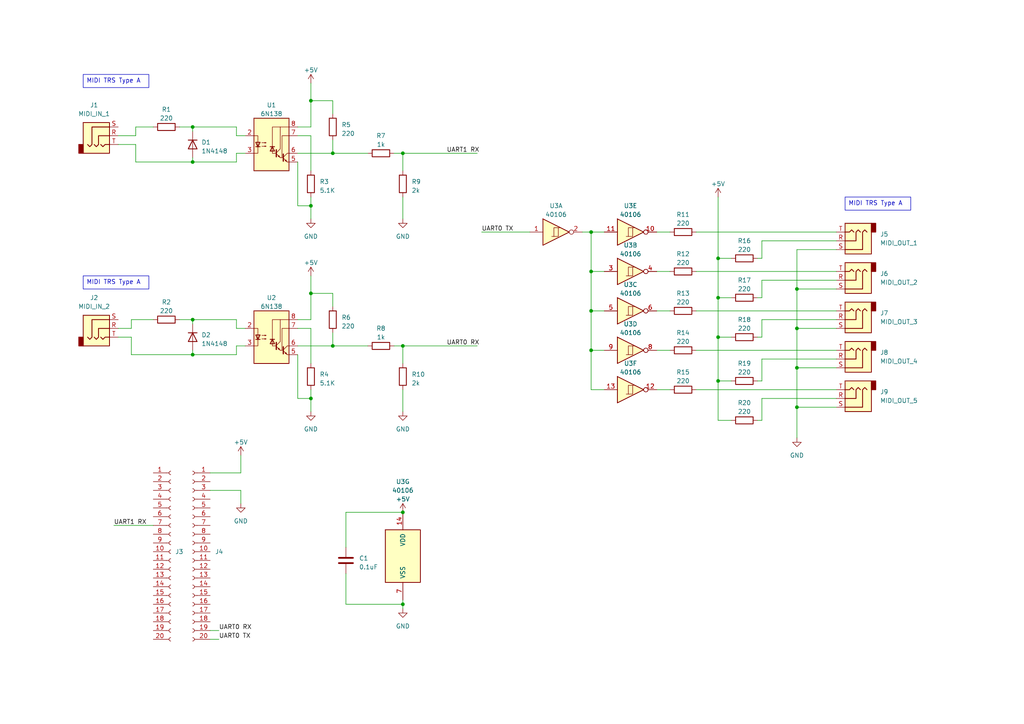
<source format=kicad_sch>
(kicad_sch (version 20231120) (generator "eeschema") (generator_version "8.0")
  (paper "A4")
  (title_block (title "Midi Merge Box") (date "2025-02-08") (rev "2.0") (company "András Somi"))
  (lib_symbols
    (symbol "4xxx:40106" (pin_names (offset 1.016))
      (property "Reference" "U" (at 0 1.27 0))
      (property "Value" "40106" (at 0 -1.27 0))
      (symbol "40106_1_0"
        (polyline (pts (xy -0.635 -1.27) (xy -0.635 1.27) (xy 0.635 1.27)))
        (polyline (pts (xy -3.81 3.81) (xy -3.81 -3.81) (xy 3.81 0) (xy -3.81 3.81)) (stroke (width 0.254)) (fill (type background)))
        (polyline (pts (xy -1.27 -1.27) (xy 0.635 -1.27) (xy 0.635 1.27) (xy 1.27 1.27)))
        (pin input line (at -7.62 0 0) (length 3.81) (name "~") (number "1"))
        (pin output inverted (at 7.62 0 180) (length 3.81) (name "~") (number "2"))
      )
      (symbol "40106_2_0"
        (polyline (pts (xy -0.635 -1.27) (xy -0.635 1.27) (xy 0.635 1.27)))
        (polyline (pts (xy -3.81 3.81) (xy -3.81 -3.81) (xy 3.81 0) (xy -3.81 3.81)) (stroke (width 0.254)) (fill (type background)))
        (polyline (pts (xy -1.27 -1.27) (xy 0.635 -1.27) (xy 0.635 1.27) (xy 1.27 1.27)))
        (pin input line (at -7.62 0 0) (length 3.81) (name "~") (number "3"))
        (pin output inverted (at 7.62 0 180) (length 3.81) (name "~") (number "4"))
      )
      (symbol "40106_3_0"
        (polyline (pts (xy -0.635 -1.27) (xy -0.635 1.27) (xy 0.635 1.27)))
        (polyline (pts (xy -3.81 3.81) (xy -3.81 -3.81) (xy 3.81 0) (xy -3.81 3.81)) (stroke (width 0.254)) (fill (type background)))
        (polyline (pts (xy -1.27 -1.27) (xy 0.635 -1.27) (xy 0.635 1.27) (xy 1.27 1.27)))
        (pin input line (at -7.62 0 0) (length 3.81) (name "~") (number "5"))
        (pin output inverted (at 7.62 0 180) (length 3.81) (name "~") (number "6"))
      )
      (symbol "40106_4_0"
        (polyline (pts (xy -0.635 -1.27) (xy -0.635 1.27) (xy 0.635 1.27)))
        (polyline (pts (xy -3.81 3.81) (xy -3.81 -3.81) (xy 3.81 0) (xy -3.81 3.81)) (stroke (width 0.254)) (fill (type background)))
        (polyline (pts (xy -1.27 -1.27) (xy 0.635 -1.27) (xy 0.635 1.27) (xy 1.27 1.27)))
        (pin output inverted (at 7.62 0 180) (length 3.81) (name "~") (number "8"))
        (pin input line (at -7.62 0 0) (length 3.81) (name "~") (number "9"))
      )
      (symbol "40106_5_0"
        (polyline (pts (xy -0.635 -1.27) (xy -0.635 1.27) (xy 0.635 1.27)))
        (polyline (pts (xy -3.81 3.81) (xy -3.81 -3.81) (xy 3.81 0) (xy -3.81 3.81)) (stroke (width 0.254)) (fill (type background)))
        (polyline (pts (xy -1.27 -1.27) (xy 0.635 -1.27) (xy 0.635 1.27) (xy 1.27 1.27)))
        (pin output inverted (at 7.62 0 180) (length 3.81) (name "~") (number "10"))
        (pin input line (at -7.62 0 0) (length 3.81) (name "~") (number "11"))
      )
      (symbol "40106_6_0"
        (polyline (pts (xy -0.635 -1.27) (xy -0.635 1.27) (xy 0.635 1.27)))
        (polyline (pts (xy -3.81 3.81) (xy -3.81 -3.81) (xy 3.81 0) (xy -3.81 3.81)) (stroke (width 0.254)) (fill (type background)))
        (polyline (pts (xy -1.27 -1.27) (xy 0.635 -1.27) (xy 0.635 1.27) (xy 1.27 1.27)))
        (pin output inverted (at 7.62 0 180) (length 3.81) (name "~") (number "12"))
        (pin input line (at -7.62 0 0) (length 3.81) (name "~") (number "13"))
      )
      (symbol "40106_7_0"
        (pin power_in line (at 0 12.7 270) (length 5.08) (name "VDD") (number "14"))
        (pin power_in line (at 0 -12.7 90) (length 5.08) (name "VSS") (number "7"))
      )
      (symbol "40106_7_1"
        (rectangle (start -5.08 7.62) (end 5.08 -7.62) (stroke (width 0.254)) (fill (type background)))
      )
    )
    (symbol "Connector:Conn_01x20_Socket" (pin_names (offset 1.016) hide)
      (property "Reference" "J" (at 0 25.4 0))
      (property "Value" "Conn_01x20_Socket" (at 0 -27.94 0))
      (symbol "Conn_01x20_Socket_1_1"
        (arc (start 0 -24.892) (mid -0.5058 -25.4) (end 0 -25.908) (stroke (width 0.1524)))
        (arc (start 0 -22.352) (mid -0.5058 -22.86) (end 0 -23.368) (stroke (width 0.1524)))
        (arc (start 0 -19.812) (mid -0.5058 -20.32) (end 0 -20.828) (stroke (width 0.1524)))
        (arc (start 0 -17.272) (mid -0.5058 -17.78) (end 0 -18.288) (stroke (width 0.1524)))
        (arc (start 0 -14.732) (mid -0.5058 -15.24) (end 0 -15.748) (stroke (width 0.1524)))
        (arc (start 0 -12.192) (mid -0.5058 -12.7) (end 0 -13.208) (stroke (width 0.1524)))
        (arc (start 0 -9.652) (mid -0.5058 -10.16) (end 0 -10.668) (stroke (width 0.1524)))
        (arc (start 0 -7.112) (mid -0.5058 -7.62) (end 0 -8.128) (stroke (width 0.1524)))
        (arc (start 0 -4.572) (mid -0.5058 -5.08) (end 0 -5.588) (stroke (width 0.1524)))
        (arc (start 0 -2.032) (mid -0.5058 -2.54) (end 0 -3.048) (stroke (width 0.1524)))
        (polyline (pts (xy -1.27 -25.4) (xy -0.508 -25.4)) (stroke (width 0.1524)))
        (polyline (pts (xy -1.27 -22.86) (xy -0.508 -22.86)) (stroke (width 0.1524)))
        (polyline (pts (xy -1.27 -20.32) (xy -0.508 -20.32)) (stroke (width 0.1524)))
        (polyline (pts (xy -1.27 -17.78) (xy -0.508 -17.78)) (stroke (width 0.1524)))
        (polyline (pts (xy -1.27 -15.24) (xy -0.508 -15.24)) (stroke (width 0.1524)))
        (polyline (pts (xy -1.27 -12.7) (xy -0.508 -12.7)) (stroke (width 0.1524)))
        (polyline (pts (xy -1.27 -10.16) (xy -0.508 -10.16)) (stroke (width 0.1524)))
        (polyline (pts (xy -1.27 -7.62) (xy -0.508 -7.62)) (stroke (width 0.1524)))
        (polyline (pts (xy -1.27 -5.08) (xy -0.508 -5.08)) (stroke (width 0.1524)))
        (polyline (pts (xy -1.27 -2.54) (xy -0.508 -2.54)) (stroke (width 0.1524)))
        (polyline (pts (xy -1.27 0) (xy -0.508 0)) (stroke (width 0.1524)))
        (polyline (pts (xy -1.27 2.54) (xy -0.508 2.54)) (stroke (width 0.1524)))
        (polyline (pts (xy -1.27 5.08) (xy -0.508 5.08)) (stroke (width 0.1524)))
        (polyline (pts (xy -1.27 7.62) (xy -0.508 7.62)) (stroke (width 0.1524)))
        (polyline (pts (xy -1.27 10.16) (xy -0.508 10.16)) (stroke (width 0.1524)))
        (polyline (pts (xy -1.27 12.7) (xy -0.508 12.7)) (stroke (width 0.1524)))
        (polyline (pts (xy -1.27 15.24) (xy -0.508 15.24)) (stroke (width 0.1524)))
        (polyline (pts (xy -1.27 17.78) (xy -0.508 17.78)) (stroke (width 0.1524)))
        (polyline (pts (xy -1.27 20.32) (xy -0.508 20.32)) (stroke (width 0.1524)))
        (polyline (pts (xy -1.27 22.86) (xy -0.508 22.86)) (stroke (width 0.1524)))
        (arc (start 0 0.508) (mid -0.5058 0) (end 0 -0.508) (stroke (width 0.1524)))
        (arc (start 0 3.048) (mid -0.5058 2.54) (end 0 2.032) (stroke (width 0.1524)))
        (arc (start 0 5.588) (mid -0.5058 5.08) (end 0 4.572) (stroke (width 0.1524)))
        (arc (start 0 8.128) (mid -0.5058 7.62) (end 0 7.112) (stroke (width 0.1524)))
        (arc (start 0 10.668) (mid -0.5058 10.16) (end 0 9.652) (stroke (width 0.1524)))
        (arc (start 0 13.208) (mid -0.5058 12.7) (end 0 12.192) (stroke (width 0.1524)))
        (arc (start 0 15.748) (mid -0.5058 15.24) (end 0 14.732) (stroke (width 0.1524)))
        (arc (start 0 18.288) (mid -0.5058 17.78) (end 0 17.272) (stroke (width 0.1524)))
        (arc (start 0 20.828) (mid -0.5058 20.32) (end 0 19.812) (stroke (width 0.1524)))
        (arc (start 0 23.368) (mid -0.5058 22.86) (end 0 22.352) (stroke (width 0.1524)))
        (pin passive line (at -5.08 22.86 0) (length 3.81) (name "Pin_1") (number "1"))
        (pin passive line (at -5.08 0 0) (length 3.81) (name "Pin_10") (number "10"))
        (pin passive line (at -5.08 -2.54 0) (length 3.81) (name "Pin_11") (number "11"))
        (pin passive line (at -5.08 -5.08 0) (length 3.81) (name "Pin_12") (number "12"))
        (pin passive line (at -5.08 -7.62 0) (length 3.81) (name "Pin_13") (number "13"))
        (pin passive line (at -5.08 -10.16 0) (length 3.81) (name "Pin_14") (number "14"))
        (pin passive line (at -5.08 -12.7 0) (length 3.81) (name "Pin_15") (number "15"))
        (pin passive line (at -5.08 -15.24 0) (length 3.81) (name "Pin_16") (number "16"))
        (pin passive line (at -5.08 -17.78 0) (length 3.81) (name "Pin_17") (number "17"))
        (pin passive line (at -5.08 -20.32 0) (length 3.81) (name "Pin_18") (number "18"))
        (pin passive line (at -5.08 -22.86 0) (length 3.81) (name "Pin_19") (number "19"))
        (pin passive line (at -5.08 20.32 0) (length 3.81) (name "Pin_2") (number "2"))
        (pin passive line (at -5.08 -25.4 0) (length 3.81) (name "Pin_20") (number "20"))
        (pin passive line (at -5.08 17.78 0) (length 3.81) (name "Pin_3") (number "3"))
        (pin passive line (at -5.08 15.24 0) (length 3.81) (name "Pin_4") (number "4"))
        (pin passive line (at -5.08 12.7 0) (length 3.81) (name "Pin_5") (number "5"))
        (pin passive line (at -5.08 10.16 0) (length 3.81) (name "Pin_6") (number "6"))
        (pin passive line (at -5.08 7.62 0) (length 3.81) (name "Pin_7") (number "7"))
        (pin passive line (at -5.08 5.08 0) (length 3.81) (name "Pin_8") (number "8"))
        (pin passive line (at -5.08 2.54 0) (length 3.81) (name "Pin_9") (number "9"))
      )
    )
    (symbol "Connector_Audio:AudioJack3"
      (property "Reference" "J" (at 0 8.89 0))
      (property "Value" "AudioJack3" (at 0 6.35 0))
      (symbol "AudioJack3_0_1"
        (rectangle (start -5.08 -5.08) (end -6.35 -2.54) (stroke (width 0.254)) (fill (type outline)))
        (polyline (pts (xy 0 -2.54) (xy 0.635 -3.175) (xy 1.27 -2.54) (xy 2.54 -2.54)) (stroke (width 0.254)))
        (polyline (pts (xy -1.905 -2.54) (xy -1.27 -3.175) (xy -0.635 -2.54) (xy -0.635 0) (xy 2.54 0)) (stroke (width 0.254)))
        (polyline (pts (xy 2.54 2.54) (xy -2.54 2.54) (xy -2.54 -2.54) (xy -3.175 -3.175) (xy -3.81 -2.54)) (stroke (width 0.254)))
        (rectangle (start 2.54 3.81) (end -5.08 -5.08) (stroke (width 0.254)) (fill (type background)))
      )
      (symbol "AudioJack3_1_1"
        (pin passive line (at 5.08 0 180) (length 2.54) (name "~") (number "R"))
        (pin passive line (at 5.08 2.54 180) (length 2.54) (name "~") (number "S"))
        (pin passive line (at 5.08 -2.54 180) (length 2.54) (name "~") (number "T"))
      )
    )
    (symbol "Device:C" (pin_numbers hide) (pin_names (offset 0.254))
      (property "Reference" "C" (at 0.635 2.54 0))
      (property "Value" "C" (at 0.635 -2.54 0))
      (symbol "C_0_1"
        (polyline (pts (xy -2.032 -0.762) (xy 2.032 -0.762)) (stroke (width 0.508)))
        (polyline (pts (xy -2.032 0.762) (xy 2.032 0.762)) (stroke (width 0.508)))
      )
      (symbol "C_1_1"
        (pin passive line (at 0 3.81 270) (length 2.794) (name "~") (number "1"))
        (pin passive line (at 0 -3.81 90) (length 2.794) (name "~") (number "2"))
      )
    )
    (symbol "Device:R" (pin_numbers hide) (pin_names (offset 0))
      (property "Reference" "R" (at 2.032 0 90))
      (property "Value" "R" (at 0 0 90))
      (symbol "R_0_1"
        (rectangle (start -1.016 -2.54) (end 1.016 2.54) (stroke (width 0.254)))
      )
      (symbol "R_1_1"
        (pin passive line (at 0 3.81 270) (length 1.27) (name "~") (number "1"))
        (pin passive line (at 0 -3.81 90) (length 1.27) (name "~") (number "2"))
      )
    )
    (symbol "Diode:1N4148" (pin_numbers hide) (pin_names hide)
      (property "Reference" "D" (at 0 2.54 0))
      (property "Value" "1N4148" (at 0 -2.54 0))
      (symbol "1N4148_0_1"
        (polyline (pts (xy -1.27 1.27) (xy -1.27 -1.27)) (stroke (width 0.254)))
        (polyline (pts (xy 1.27 0) (xy -1.27 0)))
        (polyline (pts (xy 1.27 1.27) (xy 1.27 -1.27) (xy -1.27 0) (xy 1.27 1.27)) (stroke (width 0.254)))
      )
      (symbol "1N4148_1_1"
        (pin passive line (at -3.81 0 0) (length 2.54) (name "K") (number "1"))
        (pin passive line (at 3.81 0 180) (length 2.54) (name "A") (number "2"))
      )
    )
    (symbol "Isolator:6N138" (pin_names (offset 1.016) hide)
      (property "Reference" "U" (at -4.064 8.89 0))
      (property "Value" "6N138" (at 2.286 8.89 0))
      (symbol "6N138_0_1"
        (rectangle (start -5.08 7.62) (end 5.08 -7.62) (stroke (width 0.254)) (fill (type background)))
        (polyline (pts (xy -4.572 -0.635) (xy -3.302 -0.635)) (stroke (width 0.254)))
        (polyline (pts (xy 0.889 -0.635) (xy -0.381 -0.635)) (stroke (width 0.254)))
        (polyline (pts (xy 1.397 -2.667) (xy 2.54 -3.81)))
        (polyline (pts (xy 1.397 -2.413) (xy 2.54 -1.27)))
        (polyline (pts (xy 2.54 -3.81) (xy 3.175 -3.81)))
        (polyline (pts (xy 3.429 -3.937) (xy 4.572 -5.08)))
        (polyline (pts (xy 3.429 -3.683) (xy 4.572 -2.54)))
        (polyline (pts (xy 4.572 -5.08) (xy 5.08 -5.08)))
        (polyline (pts (xy 4.572 -2.54) (xy 5.08 -2.54)))
        (polyline (pts (xy 1.397 -1.524) (xy 1.397 -3.556) (xy 1.397 -3.556)) (stroke (width 0.3556)))
        (polyline (pts (xy 2.54 -1.27) (xy 2.54 5.08) (xy 5.08 5.08)))
        (polyline (pts (xy 3.429 -2.794) (xy 3.429 -4.826) (xy 3.429 -4.826)) (stroke (width 0.3556)))
        (polyline (pts (xy 5.08 2.54) (xy 3.048 2.54) (xy 3.048 -3.81)))
        (polyline (pts (xy -5.08 -2.54) (xy -3.937 -2.54) (xy -3.937 2.54) (xy -5.08 2.54)))
        (polyline (pts (xy -3.937 -0.635) (xy -4.572 0.635) (xy -3.302 0.635) (xy -3.937 -0.635)) (stroke (width 0.254)))
        (polyline (pts (xy 0.254 -0.635) (xy 0.889 -1.905) (xy -0.381 -1.905) (xy 0.254 -0.635)) (stroke (width 0.254)))
        (polyline (pts (xy 1.27 -2.54) (xy 0.254 -2.54) (xy 0.254 5.08) (xy 2.54 5.08)))
        (polyline (pts (xy 2.413 -3.683) (xy 2.159 -3.175) (xy 1.905 -3.429) (xy 2.413 -3.683)))
        (polyline (pts (xy 4.445 -4.953) (xy 4.191 -4.445) (xy 3.937 -4.699) (xy 4.445 -4.953)))
        (polyline (pts (xy -2.794 -0.508) (xy -1.524 -0.508) (xy -1.905 -0.635) (xy -1.905 -0.381) (xy -1.524 -0.508)))
        (polyline (pts (xy -2.794 0.508) (xy -1.524 0.508) (xy -1.905 0.381) (xy -1.905 0.635) (xy -1.524 0.508)))
      )
      (symbol "6N138_1_1"
        (pin no_connect line (at -5.08 5.08 0) (length 2.54) hide (name "NC") (number "1"))
        (pin passive line (at -7.62 2.54 0) (length 2.54) (name "C1") (number "2"))
        (pin passive line (at -7.62 -2.54 0) (length 2.54) (name "C2") (number "3"))
        (pin no_connect line (at -5.08 -5.08 0) (length 2.54) hide (name "NC") (number "4"))
        (pin passive line (at 7.62 -5.08 180) (length 2.54) (name "GND") (number "5"))
        (pin passive line (at 7.62 -2.54 180) (length 2.54) (name "VO2") (number "6"))
        (pin passive line (at 7.62 2.54 180) (length 2.54) (name "VO1") (number "7"))
        (pin passive line (at 7.62 5.08 180) (length 2.54) (name "VCC") (number "8"))
      )
    )
    (symbol "power:+5V" (power) (pin_names (offset 0))
      (property "Value" "+5V" (at 0 3.556 0))
      (symbol "+5V_0_1"
        (polyline (pts (xy -0.762 1.27) (xy 0 2.54)))
        (polyline (pts (xy 0 0) (xy 0 2.54)))
        (polyline (pts (xy 0 2.54) (xy 0.762 1.27)))
      )
      (symbol "+5V_1_1"
        (pin power_in line (at 0 0 90) (length 0) hide (name "+5V") (number "1"))
      )
    )
    (symbol "power:GND" (power) (pin_names (offset 0))
      (property "Value" "GND" (at 0 -3.81 0))
      (symbol "GND_0_1"
        (polyline (pts (xy 0 0) (xy 0 -1.27) (xy 1.27 -1.27) (xy 0 -2.54) (xy -1.27 -1.27) (xy 0 -1.27)))
      )
      (symbol "GND_1_1"
        (pin power_in line (at 0 0 270) (length 0) hide (name "GND") (number "1"))
      )
    )
  )
  (junction (at 90.17 115.57))
  (junction (at 171.45 90.17))
  (junction (at 231.14 118.11))
  (junction (at 90.17 59.69))
  (junction (at 55.88 102.87))
  (junction (at 208.28 86.36))
  (junction (at 231.14 95.25))
  (junction (at 171.45 67.31))
  (junction (at 116.84 175.26))
  (junction (at 96.52 44.45))
  (junction (at 208.28 110.49))
  (junction (at 90.17 29.21))
  (junction (at 90.17 85.09))
  (junction (at 116.84 100.33))
  (junction (at 208.28 74.93))
  (junction (at 208.28 97.79))
  (junction (at 96.52 100.33))
  (junction (at 55.88 36.83))
  (junction (at 116.84 148.59))
  (junction (at 55.88 92.71))
  (junction (at 171.45 78.74))
  (junction (at 116.84 44.45))
  (junction (at 55.88 46.99))
  (junction (at 171.45 101.6))
  (junction (at 231.14 83.82))
  (junction (at 231.14 106.68))
  (wire (pts (xy 39.37 41.91) (xy 34.29 41.91)))
  (wire (pts (xy 39.37 41.91) (xy 39.37 46.99)))
  (wire (pts (xy 208.28 74.93) (xy 212.09 74.93)))
  (wire (pts (xy 68.58 44.45) (xy 68.58 46.99)))
  (wire (pts (xy 208.28 86.36) (xy 208.28 97.79)))
  (wire (pts (xy 100.33 166.37) (xy 100.33 175.26)))
  (wire (pts (xy 38.1 102.87) (xy 55.88 102.87)))
  (wire (pts (xy 171.45 90.17) (xy 171.45 101.6)))
  (wire (pts (xy 116.84 57.15) (xy 116.84 63.5)))
  (wire (pts (xy 201.93 78.74) (xy 242.57 78.74)))
  (wire (pts (xy 100.33 148.59) (xy 116.84 148.59)))
  (wire (pts (xy 38.1 92.71) (xy 38.1 95.25)))
  (wire (pts (xy 69.85 132.08) (xy 69.85 137.16)))
  (wire (pts (xy 212.09 110.49) (xy 208.28 110.49)))
  (wire (pts (xy 90.17 29.21) (xy 96.52 29.21)))
  (wire (pts (xy 220.98 110.49) (xy 220.98 104.14)))
  (wire (pts (xy 90.17 95.25) (xy 90.17 105.41)))
  (wire (pts (xy 39.37 39.37) (xy 34.29 39.37)))
  (wire (pts (xy 86.36 44.45) (xy 96.52 44.45)))
  (wire (pts (xy 171.45 67.31) (xy 171.45 78.74)))
  (wire (pts (xy 201.93 101.6) (xy 242.57 101.6)))
  (wire (pts (xy 55.88 92.71) (xy 55.88 93.98)))
  (wire (pts (xy 171.45 78.74) (xy 171.45 90.17)))
  (wire (pts (xy 219.71 110.49) (xy 220.98 110.49)))
  (wire (pts (xy 219.71 74.93) (xy 220.98 74.93)))
  (wire (pts (xy 231.14 118.11) (xy 242.57 118.11)))
  (wire (pts (xy 68.58 92.71) (xy 68.58 95.25)))
  (wire (pts (xy 60.96 182.88) (xy 63.5 182.88)))
  (wire (pts (xy 171.45 90.17) (xy 175.26 90.17)))
  (wire (pts (xy 90.17 29.21) (xy 90.17 24.13)))
  (wire (pts (xy 100.33 175.26) (xy 116.84 175.26)))
  (wire (pts (xy 220.98 97.79) (xy 220.98 92.71)))
  (wire (pts (xy 231.14 83.82) (xy 231.14 95.25)))
  (wire (pts (xy 208.28 97.79) (xy 212.09 97.79)))
  (wire (pts (xy 171.45 78.74) (xy 175.26 78.74)))
  (wire (pts (xy 68.58 46.99) (xy 55.88 46.99)))
  (wire (pts (xy 52.07 92.71) (xy 55.88 92.71)))
  (wire (pts (xy 208.28 97.79) (xy 208.28 110.49)))
  (wire (pts (xy 90.17 95.25) (xy 86.36 95.25)))
  (wire (pts (xy 68.58 39.37) (xy 71.12 39.37)))
  (wire (pts (xy 39.37 36.83) (xy 44.45 36.83)))
  (wire (pts (xy 220.98 115.57) (xy 242.57 115.57)))
  (wire (pts (xy 208.28 57.15) (xy 208.28 74.93)))
  (wire (pts (xy 219.71 86.36) (xy 220.98 86.36)))
  (wire (pts (xy 220.98 81.28) (xy 242.57 81.28)))
  (wire (pts (xy 52.07 36.83) (xy 55.88 36.83)))
  (wire (pts (xy 231.14 83.82) (xy 242.57 83.82)))
  (wire (pts (xy 201.93 113.03) (xy 242.57 113.03)))
  (wire (pts (xy 219.71 97.79) (xy 220.98 97.79)))
  (wire (pts (xy 90.17 39.37) (xy 86.36 39.37)))
  (wire (pts (xy 190.5 113.03) (xy 194.31 113.03)))
  (wire (pts (xy 39.37 36.83) (xy 39.37 39.37)))
  (wire (pts (xy 190.5 78.74) (xy 194.31 78.74)))
  (wire (pts (xy 69.85 142.24) (xy 69.85 146.05)))
  (wire (pts (xy 231.14 95.25) (xy 242.57 95.25)))
  (wire (pts (xy 68.58 100.33) (xy 68.58 102.87)))
  (wire (pts (xy 231.14 95.25) (xy 231.14 106.68)))
  (wire (pts (xy 168.91 67.31) (xy 171.45 67.31)))
  (wire (pts (xy 90.17 115.57) (xy 90.17 113.03)))
  (wire (pts (xy 96.52 29.21) (xy 96.52 33.02)))
  (wire (pts (xy 86.36 100.33) (xy 96.52 100.33)))
  (wire (pts (xy 219.71 121.92) (xy 220.98 121.92)))
  (wire (pts (xy 38.1 97.79) (xy 38.1 102.87)))
  (wire (pts (xy 38.1 95.25) (xy 34.29 95.25)))
  (wire (pts (xy 220.98 86.36) (xy 220.98 81.28)))
  (wire (pts (xy 116.84 100.33) (xy 114.3 100.33)))
  (wire (pts (xy 220.98 69.85) (xy 242.57 69.85)))
  (wire (pts (xy 55.88 36.83) (xy 55.88 38.1)))
  (wire (pts (xy 201.93 67.31) (xy 242.57 67.31)))
  (wire (pts (xy 34.29 97.79) (xy 38.1 97.79)))
  (wire (pts (xy 96.52 100.33) (xy 106.68 100.33)))
  (wire (pts (xy 86.36 59.69) (xy 90.17 59.69)))
  (wire (pts (xy 220.98 104.14) (xy 242.57 104.14)))
  (wire (pts (xy 116.84 49.53) (xy 116.84 44.45)))
  (wire (pts (xy 208.28 74.93) (xy 208.28 86.36)))
  (wire (pts (xy 231.14 72.39) (xy 231.14 83.82)))
  (wire (pts (xy 55.88 101.6) (xy 55.88 102.87)))
  (wire (pts (xy 96.52 85.09) (xy 96.52 88.9)))
  (wire (pts (xy 96.52 44.45) (xy 106.68 44.45)))
  (wire (pts (xy 220.98 121.92) (xy 220.98 115.57)))
  (wire (pts (xy 116.84 100.33) (xy 138.43 100.33)))
  (wire (pts (xy 100.33 148.59) (xy 100.33 158.75)))
  (wire (pts (xy 242.57 72.39) (xy 231.14 72.39)))
  (wire (pts (xy 60.96 137.16) (xy 69.85 137.16)))
  (wire (pts (xy 39.37 46.99) (xy 55.88 46.99)))
  (wire (pts (xy 86.36 36.83) (xy 90.17 36.83)))
  (wire (pts (xy 90.17 63.5) (xy 90.17 59.69)))
  (wire (pts (xy 116.84 44.45) (xy 114.3 44.45)))
  (wire (pts (xy 116.84 44.45) (xy 138.43 44.45)))
  (wire (pts (xy 55.88 92.71) (xy 68.58 92.71)))
  (wire (pts (xy 86.36 46.99) (xy 86.36 59.69)))
  (wire (pts (xy 171.45 113.03) (xy 175.26 113.03)))
  (wire (pts (xy 55.88 45.72) (xy 55.88 46.99)))
  (wire (pts (xy 68.58 100.33) (xy 71.12 100.33)))
  (wire (pts (xy 38.1 92.71) (xy 44.45 92.71)))
  (wire (pts (xy 96.52 40.64) (xy 96.52 44.45)))
  (wire (pts (xy 86.36 102.87) (xy 86.36 115.57)))
  (wire (pts (xy 201.93 90.17) (xy 242.57 90.17)))
  (wire (pts (xy 60.96 142.24) (xy 69.85 142.24)))
  (wire (pts (xy 171.45 67.31) (xy 175.26 67.31)))
  (wire (pts (xy 86.36 92.71) (xy 90.17 92.71)))
  (wire (pts (xy 90.17 119.38) (xy 90.17 115.57)))
  (wire (pts (xy 116.84 175.26) (xy 116.84 173.99)))
  (wire (pts (xy 68.58 44.45) (xy 71.12 44.45)))
  (wire (pts (xy 208.28 121.92) (xy 212.09 121.92)))
  (wire (pts (xy 90.17 85.09) (xy 90.17 80.01)))
  (wire (pts (xy 90.17 39.37) (xy 90.17 49.53)))
  (wire (pts (xy 90.17 85.09) (xy 90.17 92.71)))
  (wire (pts (xy 171.45 101.6) (xy 175.26 101.6)))
  (wire (pts (xy 68.58 102.87) (xy 55.88 102.87)))
  (wire (pts (xy 96.52 96.52) (xy 96.52 100.33)))
  (wire (pts (xy 90.17 29.21) (xy 90.17 36.83)))
  (wire (pts (xy 68.58 95.25) (xy 71.12 95.25)))
  (wire (pts (xy 33.02 152.4) (xy 44.45 152.4)))
  (wire (pts (xy 86.36 115.57) (xy 90.17 115.57)))
  (wire (pts (xy 208.28 110.49) (xy 208.28 121.92)))
  (wire (pts (xy 116.84 105.41) (xy 116.84 100.33)))
  (wire (pts (xy 190.5 101.6) (xy 194.31 101.6)))
  (wire (pts (xy 231.14 106.68) (xy 242.57 106.68)))
  (wire (pts (xy 190.5 67.31) (xy 194.31 67.31)))
  (wire (pts (xy 116.84 113.03) (xy 116.84 119.38)))
  (wire (pts (xy 60.96 185.42) (xy 63.5 185.42)))
  (wire (pts (xy 90.17 85.09) (xy 96.52 85.09)))
  (wire (pts (xy 231.14 106.68) (xy 231.14 118.11)))
  (wire (pts (xy 220.98 92.71) (xy 242.57 92.71)))
  (wire (pts (xy 220.98 74.93) (xy 220.98 69.85)))
  (wire (pts (xy 55.88 36.83) (xy 68.58 36.83)))
  (wire (pts (xy 190.5 90.17) (xy 194.31 90.17)))
  (wire (pts (xy 208.28 86.36) (xy 212.09 86.36)))
  (wire (pts (xy 116.84 176.53) (xy 116.84 175.26)))
  (wire (pts (xy 139.7 67.31) (xy 153.67 67.31)))
  (wire (pts (xy 231.14 118.11) (xy 231.14 127)))
  (wire (pts (xy 90.17 59.69) (xy 90.17 57.15)))
  (wire (pts (xy 171.45 101.6) (xy 171.45 113.03)))
  (wire (pts (xy 68.58 36.83) (xy 68.58 39.37)))
  (text_box "MIDI TRS Type A" (at 24.13 21.59 0) (size 19.05 3.81) (effects (font (size 1.27 1.27)) (justify left top)))
  (text_box "MIDI TRS Type A" (at 245.11 57.15 0) (size 19.05 3.81) (effects (font (size 1.27 1.27)) (justify left top)))
  (text_box "MIDI TRS Type A" (at 24.13 80.01 0) (size 19.05 3.81) (effects (font (size 1.27 1.27)) (justify left top)))
  (label "UART0 TX" (at 139.7 67.31 0))
  (label "UART0 RX" (at 129.54 100.33 0))
  (label "UART0 TX" (at 63.5 185.42 0))
  (label "UART1 RX" (at 129.54 44.45 0))
  (label "UART1 RX" (at 33.02 152.4 0))
  (label "UART0 RX" (at 63.5 182.88 0))
  (symbol (lib_id "Connector_Audio:AudioJack3") (at 247.65 81.28 180) (unit 1)
    (property "Reference" "J6" (at 255.27 79.3749 0) (effects (justify right)))
    (property "Value" "MIDI_OUT_2" (at 255.27 81.9149 0) (effects (justify right)))
    (property "Footprint" "own_components:Audio Jack PJ-3136-B" (effects (hide yes)))
    (property "Description" "Audio Jack, 3 Poles (Stereo / TRS)" (effects (hide yes)))
  )
  (symbol (lib_id "power:GND") (at 116.84 119.38 0) (unit 1)
    (property "Reference" "#PWR08" (effects (hide yes)))
    (property "Value" "GND" (at 116.84 124.46 0))
  )
  (symbol (lib_id "Isolator:6N138") (at 78.74 41.91 0) (unit 1)
    (property "Reference" "U1" (at 78.74 30.48 0))
    (property "Value" "6N138" (at 78.74 33.02 0))
    (property "Footprint" "Package_DIP:DIP-8_W7.62mm_Socket" (effects (hide yes)))
    (property "Datasheet" "http://www.onsemi.com/pub/Collateral/HCPL2731-D.pdf" (effects (hide yes)))
  )
  (symbol (lib_id "Device:R") (at 198.12 67.31 90) (unit 1)
    (property "Reference" "R11" (at 198.12 62.23 90))
    (property "Value" "220" (at 198.12 64.77 90))
    (property "Footprint" "Resistor_THT:R_Axial_DIN0204_L3.6mm_D1.6mm_P5.08mm_Horizontal" (effects (hide yes)))
  )
  (symbol (lib_id "Device:R") (at 116.84 109.22 180) (unit 1)
    (property "Reference" "R10" (at 119.38 108.585 0) (effects (justify right)))
    (property "Value" "2k" (at 119.38 111.125 0) (effects (justify right)))
    (property "Footprint" "Resistor_THT:R_Axial_DIN0204_L3.6mm_D1.6mm_P5.08mm_Horizontal" (effects (hide yes)))
  )
  (symbol (lib_id "Device:R") (at 90.17 53.34 0) (unit 1)
    (property "Reference" "R3" (at 92.71 52.705 0) (effects (justify left)))
    (property "Value" "5.1K" (at 92.71 55.245 0) (effects (justify left)))
    (property "Footprint" "Resistor_THT:R_Axial_DIN0204_L3.6mm_D1.6mm_P5.08mm_Horizontal" (effects (hide yes)))
  )
  (symbol (lib_id "power:+5V") (at 208.28 57.15 0) (unit 1)
    (property "Reference" "#PWR011" (effects (hide yes)))
    (property "Value" "+5V" (at 208.28 53.34 0))
  )
  (symbol (lib_id "4xxx:40106") (at 182.88 78.74 0) (unit 2)
    (property "Reference" "U3" (at 182.88 71.12 0))
    (property "Value" "40106" (at 182.88 73.66 0))
    (property "Footprint" "Package_DIP:DIP-14_W7.62mm_Socket" (effects (hide yes)))
    (property "Datasheet" "https://assets.nexperia.com/documents/data-sheet/HEF40106B.pdf" (effects (hide yes)))
  )
  (symbol (lib_id "4xxx:40106") (at 116.84 161.29 0) (unit 7)
    (property "Reference" "U3" (at 116.84 139.7 0))
    (property "Value" "40106" (at 116.84 142.24 0))
    (property "Footprint" "Package_DIP:DIP-14_W7.62mm_Socket" (effects (hide yes)))
    (property "Datasheet" "https://assets.nexperia.com/documents/data-sheet/HEF40106B.pdf" (effects (hide yes)))
  )
  (symbol (lib_id "power:GND") (at 69.85 146.05 0) (unit 1)
    (property "Reference" "#PWR02" (effects (hide yes)))
    (property "Value" "GND" (at 69.85 151.13 0))
  )
  (symbol (lib_id "4xxx:40106") (at 182.88 113.03 0) (unit 6)
    (property "Reference" "U3" (at 182.88 105.41 0))
    (property "Value" "40106" (at 182.88 107.95 0))
    (property "Footprint" "Package_DIP:DIP-14_W7.62mm_Socket" (effects (hide yes)))
    (property "Datasheet" "https://assets.nexperia.com/documents/data-sheet/HEF40106B.pdf" (effects (hide yes)))
  )
  (symbol (lib_id "4xxx:40106") (at 161.29 67.31 0) (unit 1)
    (property "Reference" "U3" (at 161.29 59.69 0))
    (property "Value" "40106" (at 161.29 62.23 0))
    (property "Footprint" "Package_DIP:DIP-14_W7.62mm_Socket" (effects (hide yes)))
    (property "Datasheet" "https://assets.nexperia.com/documents/data-sheet/HEF40106B.pdf" (effects (hide yes)))
  )
  (symbol (lib_id "Device:R") (at 48.26 92.71 90) (unit 1)
    (property "Reference" "R2" (at 48.26 87.63 90))
    (property "Value" "220" (at 48.26 90.17 90))
    (property "Footprint" "Resistor_THT:R_Axial_DIN0204_L3.6mm_D1.6mm_P5.08mm_Horizontal" (effects (hide yes)))
  )
  (symbol (lib_id "Device:R") (at 90.17 109.22 0) (unit 1)
    (property "Reference" "R4" (at 92.71 108.585 0) (effects (justify left)))
    (property "Value" "5.1K" (at 92.71 111.125 0) (effects (justify left)))
    (property "Footprint" "Resistor_THT:R_Axial_DIN0204_L3.6mm_D1.6mm_P5.08mm_Horizontal" (effects (hide yes)))
  )
  (symbol (lib_id "Device:R") (at 198.12 113.03 90) (unit 1)
    (property "Reference" "R15" (at 198.12 107.95 90))
    (property "Value" "220" (at 198.12 110.49 90))
    (property "Footprint" "Resistor_THT:R_Axial_DIN0204_L3.6mm_D1.6mm_P5.08mm_Horizontal" (effects (hide yes)))
  )
  (symbol (lib_id "4xxx:40106") (at 182.88 90.17 0) (unit 3)
    (property "Reference" "U3" (at 182.88 82.55 0))
    (property "Value" "40106" (at 182.88 85.09 0))
    (property "Footprint" "Package_DIP:DIP-14_W7.62mm_Socket" (effects (hide yes)))
    (property "Datasheet" "https://assets.nexperia.com/documents/data-sheet/HEF40106B.pdf" (effects (hide yes)))
  )
  (symbol (lib_id "Connector_Audio:AudioJack3") (at 247.65 92.71 180) (unit 1)
    (property "Reference" "J7" (at 255.27 90.8049 0) (effects (justify right)))
    (property "Value" "MIDI_OUT_3" (at 255.27 93.3449 0) (effects (justify right)))
    (property "Footprint" "own_components:Audio Jack PJ-3136-B" (effects (hide yes)))
    (property "Description" "Audio Jack, 3 Poles (Stereo / TRS)" (effects (hide yes)))
  )
  (symbol (lib_id "power:GND") (at 116.84 63.5 0) (unit 1)
    (property "Reference" "#PWR07" (effects (hide yes)))
    (property "Value" "GND" (at 116.84 68.58 0))
  )
  (symbol (lib_id "Device:R") (at 215.9 74.93 90) (unit 1)
    (property "Reference" "R16" (at 215.9 69.85 90))
    (property "Value" "220" (at 215.9 72.39 90))
    (property "Footprint" "Resistor_THT:R_Axial_DIN0204_L3.6mm_D1.6mm_P5.08mm_Horizontal" (effects (hide yes)))
  )
  (symbol (lib_id "Device:R") (at 198.12 101.6 90) (unit 1)
    (property "Reference" "R14" (at 198.12 96.52 90))
    (property "Value" "220" (at 198.12 99.06 90))
    (property "Footprint" "Resistor_THT:R_Axial_DIN0204_L3.6mm_D1.6mm_P5.08mm_Horizontal" (effects (hide yes)))
  )
  (symbol (lib_id "Device:R") (at 215.9 121.92 90) (unit 1)
    (property "Reference" "R20" (at 215.9 116.84 90))
    (property "Value" "220" (at 215.9 119.38 90))
    (property "Footprint" "Resistor_THT:R_Axial_DIN0204_L3.6mm_D1.6mm_P5.08mm_Horizontal" (effects (hide yes)))
  )
  (symbol (lib_id "power:+5V") (at 116.84 148.59 0) (unit 1)
    (property "Reference" "#PWR09" (effects (hide yes)))
    (property "Value" "+5V" (at 116.84 144.78 0))
  )
  (symbol (lib_id "power:+5V") (at 90.17 24.13 0) (unit 1)
    (property "Reference" "#PWR03" (effects (hide yes)))
    (property "Value" "+5V" (at 90.17 20.32 0))
  )
  (symbol (lib_id "Device:R") (at 198.12 90.17 90) (unit 1)
    (property "Reference" "R13" (at 198.12 85.09 90))
    (property "Value" "220" (at 198.12 87.63 90))
    (property "Footprint" "Resistor_THT:R_Axial_DIN0204_L3.6mm_D1.6mm_P5.08mm_Horizontal" (effects (hide yes)))
  )
  (symbol (lib_id "power:+5V") (at 90.17 80.01 0) (unit 1)
    (property "Reference" "#PWR05" (effects (hide yes)))
    (property "Value" "+5V" (at 90.17 76.2 0))
  )
  (symbol (lib_id "Diode:1N4148") (at 55.88 41.91 270) (unit 1)
    (property "Reference" "D1" (at 58.42 41.275 90) (effects (justify left)))
    (property "Value" "1N4148" (at 58.42 43.815 90) (effects (justify left)))
    (property "Footprint" "Diode_THT:D_T-1_P5.08mm_Horizontal" (effects (hide yes)))
    (property "Datasheet" "https://assets.nexperia.com/documents/data-sheet/1N4148_1N4448.pdf" (effects (hide yes)))
    (property "Sim.Device" "D" (effects (hide yes)))
    (property "Sim.Pins" "1=K 2=A" (effects (hide yes)))
  )
  (symbol (lib_id "Connector_Audio:AudioJack3") (at 247.65 104.14 180) (unit 1)
    (property "Reference" "J8" (at 255.27 102.2349 0) (effects (justify right)))
    (property "Value" "MIDI_OUT_4" (at 255.27 104.7749 0) (effects (justify right)))
    (property "Footprint" "own_components:Audio Jack PJ-3136-B" (effects (hide yes)))
    (property "Description" "Audio Jack, 3 Poles (Stereo / TRS)" (effects (hide yes)))
  )
  (symbol (lib_id "Device:C") (at 100.33 162.56 0) (unit 1)
    (property "Reference" "C1" (at 104.14 161.925 0) (effects (justify left)))
    (property "Value" "0.1uF" (at 104.14 164.465 0) (effects (justify left)))
    (property "Footprint" "Capacitor_THT:C_Disc_D3.4mm_W2.1mm_P2.50mm" (effects (hide yes)))
  )
  (symbol (lib_id "power:GND") (at 116.84 176.53 0) (unit 1)
    (property "Reference" "#PWR010" (effects (hide yes)))
    (property "Value" "GND" (at 116.84 181.61 0))
  )
  (symbol (lib_id "Device:R") (at 48.26 36.83 90) (unit 1)
    (property "Reference" "R1" (at 48.26 31.75 90))
    (property "Value" "220" (at 48.26 34.29 90))
    (property "Footprint" "Resistor_THT:R_Axial_DIN0204_L3.6mm_D1.6mm_P5.08mm_Horizontal" (effects (hide yes)))
  )
  (symbol (lib_id "Connector_Audio:AudioJack3") (at 29.21 95.25 0) (unit 1)
    (property "Reference" "J2" (at 27.305 86.36 0))
    (property "Value" "MIDI_IN_2" (at 27.305 88.9 0))
    (property "Footprint" "own_components:Audio Jack PJ-3136-B" (effects (hide yes)))
    (property "Description" "Audio Jack, 3 Poles (Stereo / TRS)" (effects (hide yes)))
  )
  (symbol (lib_id "power:GND") (at 231.14 127 0) (unit 1)
    (property "Reference" "#PWR012" (effects (hide yes)))
    (property "Value" "GND" (at 231.14 132.08 0))
  )
  (symbol (lib_id "Connector_Audio:AudioJack3") (at 29.21 39.37 0) (unit 1)
    (property "Reference" "J1" (at 27.305 30.48 0))
    (property "Value" "MIDI_IN_1" (at 27.305 33.02 0))
    (property "Footprint" "own_components:Audio Jack PJ-3136-B" (effects (hide yes)))
    (property "Description" "Audio Jack, 3 Poles (Stereo / TRS)" (effects (hide yes)))
  )
  (symbol (lib_id "Device:R") (at 215.9 97.79 90) (unit 1)
    (property "Reference" "R18" (at 215.9 92.71 90))
    (property "Value" "220" (at 215.9 95.25 90))
    (property "Footprint" "Resistor_THT:R_Axial_DIN0204_L3.6mm_D1.6mm_P5.08mm_Horizontal" (effects (hide yes)))
  )
  (symbol (lib_id "Connector:Conn_01x20_Socket") (at 55.88 160.02 0) (mirror y) (unit 1)
    (property "Reference" "J4" (at 64.77 160.02 0) (effects (justify left)))
    (property "Value" "Conn_01x20_Socket" (effects (hide yes)))
    (property "Footprint" "Connector_PinSocket_2.54mm:PinSocket_1x20_P2.54mm_Vertical" (effects (hide yes)))
  )
  (symbol (lib_id "4xxx:40106") (at 182.88 101.6 0) (unit 4)
    (property "Reference" "U3" (at 182.88 93.98 0))
    (property "Value" "40106" (at 182.88 96.52 0))
    (property "Footprint" "Package_DIP:DIP-14_W7.62mm_Socket" (effects (hide yes)))
    (property "Datasheet" "https://assets.nexperia.com/documents/data-sheet/HEF40106B.pdf" (effects (hide yes)))
  )
  (symbol (lib_id "power:GND") (at 90.17 63.5 0) (unit 1)
    (property "Reference" "#PWR04" (effects (hide yes)))
    (property "Value" "GND" (at 90.17 68.58 0))
  )
  (symbol (lib_id "Connector_Audio:AudioJack3") (at 247.65 115.57 180) (unit 1)
    (property "Reference" "J9" (at 255.27 113.6649 0) (effects (justify right)))
    (property "Value" "MIDI_OUT_5" (at 255.27 116.2049 0) (effects (justify right)))
    (property "Footprint" "own_components:Audio Jack PJ-3136-B" (effects (hide yes)))
    (property "Description" "Audio Jack, 3 Poles (Stereo / TRS)" (effects (hide yes)))
  )
  (symbol (lib_id "Device:R") (at 110.49 100.33 90) (unit 1)
    (property "Reference" "R8" (at 110.49 95.25 90))
    (property "Value" "1k" (at 110.49 97.79 90))
    (property "Footprint" "Resistor_THT:R_Axial_DIN0204_L3.6mm_D1.6mm_P5.08mm_Horizontal" (effects (hide yes)))
  )
  (symbol (lib_id "Isolator:6N138") (at 78.74 97.79 0) (unit 1)
    (property "Reference" "U2" (at 78.74 86.36 0))
    (property "Value" "6N138" (at 78.74 88.9 0))
    (property "Footprint" "Package_DIP:DIP-8_W7.62mm_Socket" (effects (hide yes)))
    (property "Datasheet" "http://www.onsemi.com/pub/Collateral/HCPL2731-D.pdf" (effects (hide yes)))
  )
  (symbol (lib_id "Device:R") (at 198.12 78.74 90) (unit 1)
    (property "Reference" "R12" (at 198.12 73.66 90))
    (property "Value" "220" (at 198.12 76.2 90))
    (property "Footprint" "Resistor_THT:R_Axial_DIN0204_L3.6mm_D1.6mm_P5.08mm_Horizontal" (effects (hide yes)))
  )
  (symbol (lib_id "power:+5V") (at 69.85 132.08 0) (unit 1)
    (property "Reference" "#PWR01" (effects (hide yes)))
    (property "Value" "+5V" (at 69.85 128.27 0))
  )
  (symbol (lib_id "Device:R") (at 96.52 36.83 0) (unit 1)
    (property "Reference" "R5" (at 99.06 36.195 0) (effects (justify left)))
    (property "Value" "220" (at 99.06 38.735 0) (effects (justify left)))
    (property "Footprint" "Resistor_THT:R_Axial_DIN0204_L3.6mm_D1.6mm_P5.08mm_Horizontal" (effects (hide yes)))
  )
  (symbol (lib_id "Device:R") (at 215.9 110.49 90) (unit 1)
    (property "Reference" "R19" (at 215.9 105.41 90))
    (property "Value" "220" (at 215.9 107.95 90))
    (property "Footprint" "Resistor_THT:R_Axial_DIN0204_L3.6mm_D1.6mm_P5.08mm_Horizontal" (effects (hide yes)))
  )
  (symbol (lib_id "Device:R") (at 110.49 44.45 90) (unit 1)
    (property "Reference" "R7" (at 110.49 39.37 90))
    (property "Value" "1k" (at 110.49 41.91 90))
    (property "Footprint" "Resistor_THT:R_Axial_DIN0204_L3.6mm_D1.6mm_P5.08mm_Horizontal" (effects (hide yes)))
  )
  (symbol (lib_id "power:GND") (at 90.17 119.38 0) (unit 1)
    (property "Reference" "#PWR06" (effects (hide yes)))
    (property "Value" "GND" (at 90.17 124.46 0))
  )
  (symbol (lib_id "Device:R") (at 116.84 53.34 180) (unit 1)
    (property "Reference" "R9" (at 119.38 52.705 0) (effects (justify right)))
    (property "Value" "2k" (at 119.38 55.245 0) (effects (justify right)))
    (property "Footprint" "Resistor_THT:R_Axial_DIN0204_L3.6mm_D1.6mm_P5.08mm_Horizontal" (effects (hide yes)))
  )
  (symbol (lib_id "Diode:1N4148") (at 55.88 97.79 270) (unit 1)
    (property "Reference" "D2" (at 58.42 97.155 90) (effects (justify left)))
    (property "Value" "1N4148" (at 58.42 99.695 90) (effects (justify left)))
    (property "Footprint" "Diode_THT:D_T-1_P5.08mm_Horizontal" (effects (hide yes)))
    (property "Datasheet" "https://assets.nexperia.com/documents/data-sheet/1N4148_1N4448.pdf" (effects (hide yes)))
    (property "Sim.Device" "D" (effects (hide yes)))
    (property "Sim.Pins" "1=K 2=A" (effects (hide yes)))
  )
  (symbol (lib_id "Connector_Audio:AudioJack3") (at 247.65 69.85 180) (unit 1)
    (property "Reference" "J5" (at 255.27 67.9449 0) (effects (justify right)))
    (property "Value" "MIDI_OUT_1" (at 255.27 70.4849 0) (effects (justify right)))
    (property "Footprint" "own_components:Audio Jack PJ-3136-B" (effects (hide yes)))
    (property "Description" "Audio Jack, 3 Poles (Stereo / TRS)" (effects (hide yes)))
  )
  (symbol (lib_id "Connector:Conn_01x20_Socket") (at 49.53 160.02 0) (unit 1)
    (property "Reference" "J3" (at 50.8 160.02 0) (effects (justify left)))
    (property "Value" "Conn_01x20_Socket" (effects (hide yes)))
    (property "Footprint" "Connector_PinSocket_2.54mm:PinSocket_1x20_P2.54mm_Vertical" (effects (hide yes)))
  )
  (symbol (lib_id "Device:R") (at 215.9 86.36 90) (unit 1)
    (property "Reference" "R17" (at 215.9 81.28 90))
    (property "Value" "220" (at 215.9 83.82 90))
    (property "Footprint" "Resistor_THT:R_Axial_DIN0204_L3.6mm_D1.6mm_P5.08mm_Horizontal" (effects (hide yes)))
  )
  (symbol (lib_id "4xxx:40106") (at 182.88 67.31 0) (unit 5)
    (property "Reference" "U3" (at 182.88 59.69 0))
    (property "Value" "40106" (at 182.88 62.23 0))
    (property "Footprint" "Package_DIP:DIP-14_W7.62mm_Socket" (effects (hide yes)))
    (property "Datasheet" "https://assets.nexperia.com/documents/data-sheet/HEF40106B.pdf" (effects (hide yes)))
  )
  (symbol (lib_id "Device:R") (at 96.52 92.71 0) (unit 1)
    (property "Reference" "R6" (at 99.06 92.075 0) (effects (justify left)))
    (property "Value" "220" (at 99.06 94.615 0) (effects (justify left)))
    (property "Footprint" "Resistor_THT:R_Axial_DIN0204_L3.6mm_D1.6mm_P5.08mm_Horizontal" (effects (hide yes)))
  )
)
</source>
